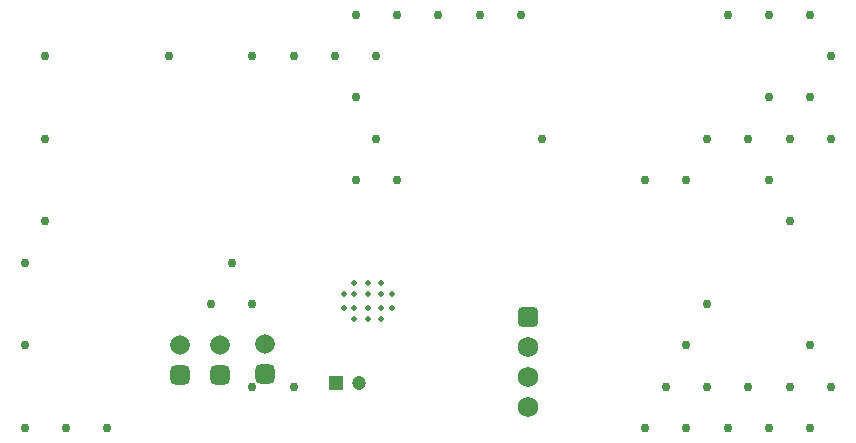
<source format=gbr>
%TF.GenerationSoftware,Altium Limited,Altium Designer,25.4.2 (15)*%
G04 Layer_Color=16711935*
%FSLAX45Y45*%
%MOMM*%
%TF.SameCoordinates,3CA1961E-9661-47C5-9BAE-CD2B19B8C498*%
%TF.FilePolarity,Negative*%
%TF.FileFunction,Soldermask,Bot*%
%TF.Part,Single*%
G01*
G75*
%TA.AperFunction,ComponentPad*%
%ADD47R,1.20000X1.20000*%
%ADD48C,1.20000*%
%TA.AperFunction,ViaPad*%
%ADD54C,0.50000*%
%TA.AperFunction,ComponentPad*%
%ADD77C,1.67000*%
G04:AMPARAMS|DCode=78|XSize=1.67mm|YSize=1.67mm|CornerRadius=0.455mm|HoleSize=0mm|Usage=FLASHONLY|Rotation=90.000|XOffset=0mm|YOffset=0mm|HoleType=Round|Shape=RoundedRectangle|*
%AMROUNDEDRECTD78*
21,1,1.67000,0.76000,0,0,90.0*
21,1,0.76000,1.67000,0,0,90.0*
1,1,0.91000,0.38000,0.38000*
1,1,0.91000,0.38000,-0.38000*
1,1,0.91000,-0.38000,-0.38000*
1,1,0.91000,-0.38000,0.38000*
%
%ADD78ROUNDEDRECTD78*%
%ADD79C,1.75000*%
G04:AMPARAMS|DCode=80|XSize=1.75mm|YSize=1.75mm|CornerRadius=0.475mm|HoleSize=0mm|Usage=FLASHONLY|Rotation=270.000|XOffset=0mm|YOffset=0mm|HoleType=Round|Shape=RoundedRectangle|*
%AMROUNDEDRECTD80*
21,1,1.75000,0.80000,0,0,270.0*
21,1,0.80000,1.75000,0,0,270.0*
1,1,0.95000,-0.40000,-0.40000*
1,1,0.95000,-0.40000,0.40000*
1,1,0.95000,0.40000,0.40000*
1,1,0.95000,0.40000,-0.40000*
%
%ADD80ROUNDEDRECTD80*%
%TA.AperFunction,ViaPad*%
%ADD81C,0.75000*%
D47*
X10681331Y5284549D02*
D03*
D48*
X10881331D02*
D03*
D54*
X11158800Y6036700D02*
D03*
Y5913700D02*
D03*
X10748801Y6036700D02*
D03*
Y5913700D02*
D03*
X10953801Y6036700D02*
D03*
Y5913700D02*
D03*
X11069801Y6036700D02*
D03*
Y5913700D02*
D03*
X10837801Y6036700D02*
D03*
Y5913700D02*
D03*
Y6130200D02*
D03*
Y5820200D02*
D03*
X11069801Y6130200D02*
D03*
Y5820200D02*
D03*
X10953801Y6130200D02*
D03*
Y5820200D02*
D03*
D77*
X9360000Y5607000D02*
D03*
X10085450Y5608764D02*
D03*
X9700000Y5607000D02*
D03*
D78*
X9360000Y5353000D02*
D03*
X10085450Y5354764D02*
D03*
X9700000Y5353000D02*
D03*
D79*
X12306300Y5588000D02*
D03*
Y5334000D02*
D03*
Y5080000D02*
D03*
D80*
Y5842000D02*
D03*
D81*
X14700003Y8400001D02*
D03*
X14875003Y8050001D02*
D03*
X14700003Y7700001D02*
D03*
X14875003Y7350001D02*
D03*
X14700003Y5600001D02*
D03*
X14875003Y5250001D02*
D03*
X14700003Y4900001D02*
D03*
X14350003Y8400001D02*
D03*
Y7700001D02*
D03*
X14525002Y7350001D02*
D03*
X14350003Y7000001D02*
D03*
X14525002Y6650001D02*
D03*
Y5250001D02*
D03*
X14350003Y4900001D02*
D03*
X14000002Y8400001D02*
D03*
X14175002Y7350001D02*
D03*
Y5250001D02*
D03*
X14000002Y4900001D02*
D03*
X13825002Y7350001D02*
D03*
X13650002Y7000001D02*
D03*
X13825002Y5950001D02*
D03*
X13650002Y5600001D02*
D03*
X13825002Y5250001D02*
D03*
X13650002Y4900001D02*
D03*
X13300002Y7000001D02*
D03*
X13475002Y5250001D02*
D03*
X13300002Y4900001D02*
D03*
X12250002Y8400001D02*
D03*
X12425002Y7350001D02*
D03*
X11900002Y8400001D02*
D03*
X11550002D02*
D03*
X11200002D02*
D03*
Y7000001D02*
D03*
X10850002Y8400001D02*
D03*
X11025002Y8050001D02*
D03*
X10850002Y7700001D02*
D03*
X11025002Y7350001D02*
D03*
X10850002Y7000001D02*
D03*
X10675002Y8050001D02*
D03*
X10325002D02*
D03*
Y5250001D02*
D03*
X9975002Y8050001D02*
D03*
X9800002Y6300001D02*
D03*
X9975002Y5950001D02*
D03*
Y5250001D02*
D03*
X9625002Y5950001D02*
D03*
X9275002Y8050001D02*
D03*
X8750002Y4900001D02*
D03*
X8400001D02*
D03*
X8225001Y8050001D02*
D03*
Y7350001D02*
D03*
Y6650001D02*
D03*
X8050001Y6300001D02*
D03*
Y5600001D02*
D03*
Y4900001D02*
D03*
%TF.MD5,173f80a0ed1ae3f7d9ec35e18b8dcc81*%
M02*

</source>
